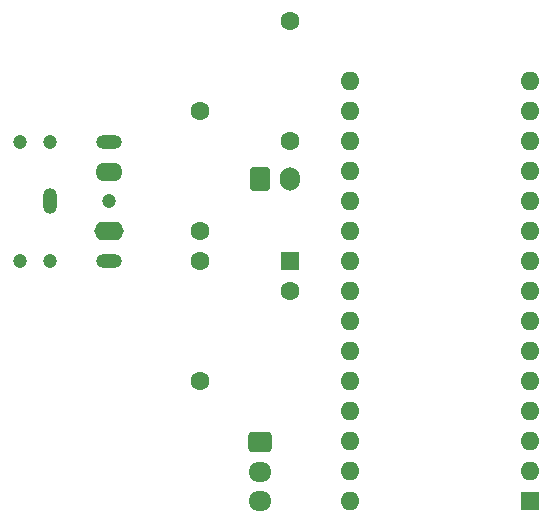
<source format=gbr>
%TF.GenerationSoftware,KiCad,Pcbnew,9.0.6-9.0.6~ubuntu24.04.1*%
%TF.CreationDate,2025-12-30T17:11:54-05:00*%
%TF.ProjectId,Dryer Buzzer V3,44727965-7220-4427-957a-7a6572205633,rev?*%
%TF.SameCoordinates,Original*%
%TF.FileFunction,Soldermask,Bot*%
%TF.FilePolarity,Negative*%
%FSLAX46Y46*%
G04 Gerber Fmt 4.6, Leading zero omitted, Abs format (unit mm)*
G04 Created by KiCad (PCBNEW 9.0.6-9.0.6~ubuntu24.04.1) date 2025-12-30 17:11:54*
%MOMM*%
%LPD*%
G01*
G04 APERTURE LIST*
G04 Aperture macros list*
%AMRoundRect*
0 Rectangle with rounded corners*
0 $1 Rounding radius*
0 $2 $3 $4 $5 $6 $7 $8 $9 X,Y pos of 4 corners*
0 Add a 4 corners polygon primitive as box body*
4,1,4,$2,$3,$4,$5,$6,$7,$8,$9,$2,$3,0*
0 Add four circle primitives for the rounded corners*
1,1,$1+$1,$2,$3*
1,1,$1+$1,$4,$5*
1,1,$1+$1,$6,$7*
1,1,$1+$1,$8,$9*
0 Add four rect primitives between the rounded corners*
20,1,$1+$1,$2,$3,$4,$5,0*
20,1,$1+$1,$4,$5,$6,$7,0*
20,1,$1+$1,$6,$7,$8,$9,0*
20,1,$1+$1,$8,$9,$2,$3,0*%
G04 Aperture macros list end*
%ADD10C,1.600000*%
%ADD11RoundRect,0.250000X-0.725000X0.600000X-0.725000X-0.600000X0.725000X-0.600000X0.725000X0.600000X0*%
%ADD12O,1.950000X1.700000*%
%ADD13RoundRect,0.250000X-0.600000X-0.750000X0.600000X-0.750000X0.600000X0.750000X-0.600000X0.750000X0*%
%ADD14O,1.700000X2.000000*%
%ADD15C,1.200000*%
%ADD16O,2.200000X1.200000*%
%ADD17O,2.300000X1.600000*%
%ADD18O,1.200000X2.200000*%
%ADD19O,2.500000X1.600000*%
%ADD20RoundRect,0.250000X-0.550000X0.550000X-0.550000X-0.550000X0.550000X-0.550000X0.550000X0.550000X0*%
%ADD21O,1.600000X1.600000*%
%ADD22R,1.600000X1.600000*%
G04 APERTURE END LIST*
D10*
%TO.C,R6*%
X40640000Y-25400000D03*
X40640000Y-15240000D03*
%TD*%
%TO.C,R2*%
X33020000Y-35560000D03*
X33020000Y-45720000D03*
%TD*%
%TO.C,R1*%
X33020000Y-22860000D03*
X33020000Y-33020000D03*
%TD*%
D11*
%TO.C,J4*%
X38100000Y-50880000D03*
D12*
X38100000Y-53380000D03*
X38100000Y-55880000D03*
%TD*%
D13*
%TO.C,J2*%
X38140000Y-28552000D03*
D14*
X40640000Y-28552000D03*
%TD*%
D15*
%TO.C,J1*%
X20320000Y-25480000D03*
X17820000Y-25480000D03*
X25320000Y-30480000D03*
X20320000Y-35480000D03*
X17820000Y-35480000D03*
D16*
X25320000Y-25480000D03*
D17*
X25320000Y-27980000D03*
D18*
X20320000Y-30480000D03*
D16*
X25320000Y-35480000D03*
D19*
X25320000Y-32980000D03*
%TD*%
D20*
%TO.C,C1*%
X40640000Y-35560000D03*
D10*
X40640000Y-38060000D03*
%TD*%
D21*
%TO.C,A1*%
X45720000Y-55880000D03*
X45720000Y-53340000D03*
X45720000Y-50800000D03*
X45720000Y-48260000D03*
X45720000Y-45720000D03*
X45720000Y-43180000D03*
X45720000Y-40640000D03*
X45720000Y-38100000D03*
X45720000Y-35560000D03*
X45720000Y-33020000D03*
X45720000Y-30480000D03*
X45720000Y-27940000D03*
X45720000Y-25400000D03*
X45720000Y-22860000D03*
X45720000Y-20320000D03*
X60960000Y-20320000D03*
X60960000Y-22860000D03*
X60960000Y-25400000D03*
X60960000Y-27940000D03*
X60960000Y-30480000D03*
X60960000Y-33020000D03*
X60960000Y-35560000D03*
X60960000Y-38100000D03*
X60960000Y-40640000D03*
X60960000Y-43180000D03*
X60960000Y-45720000D03*
X60960000Y-48260000D03*
X60960000Y-50800000D03*
X60960000Y-53340000D03*
D22*
X60960000Y-55880000D03*
%TD*%
M02*

</source>
